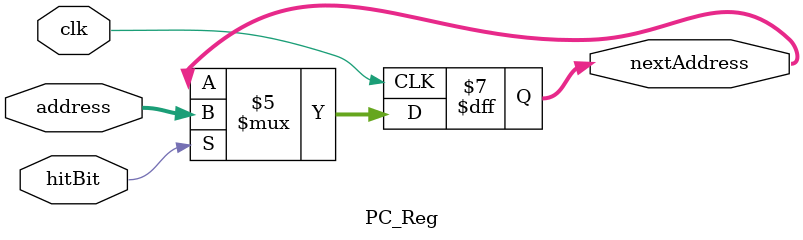
<source format=v>
`timescale 1ns / 1ps
module PC_Reg(
	input [31:0] address,					// Input Addr
	input clk,									// Clk
	input hitBit,								// Hit Bit
	output reg [31:0] nextAddress	= 0	// Output Addr
    );
	 
	always @(negedge clk) begin
		if (hitBit == 1) begin
			nextAddress = address;
		end
	end

endmodule

</source>
